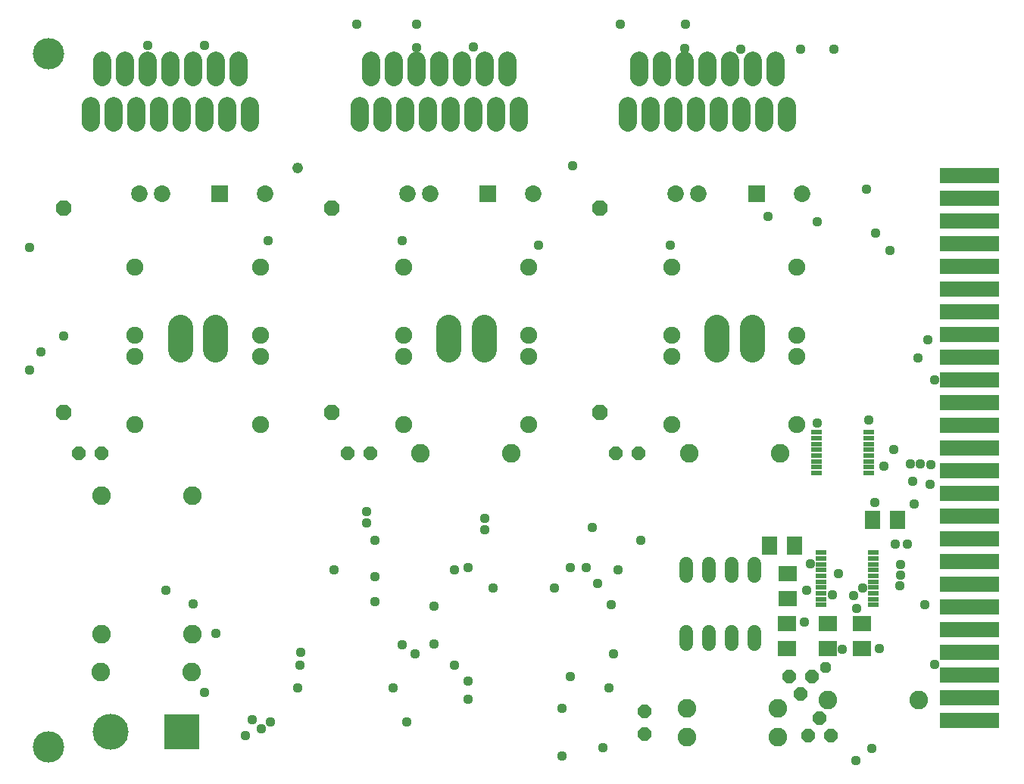
<source format=gbs>
G75*
G70*
%OFA0B0*%
%FSLAX24Y24*%
%IPPOS*%
%LPD*%
%AMOC8*
5,1,8,0,0,1.08239X$1,22.5*
%
%ADD10C,0.0789*%
%ADD11C,0.1084*%
%ADD12C,0.0749*%
%ADD13OC8,0.0600*%
%ADD14C,0.0820*%
%ADD15OC8,0.0680*%
%ADD16C,0.0730*%
%ADD17R,0.0730X0.0730*%
%ADD18R,0.1580X0.1580*%
%ADD19C,0.1580*%
%ADD20C,0.1380*%
%ADD21R,0.0470X0.0200*%
%ADD22R,0.0710X0.0789*%
%ADD23R,0.0789X0.0710*%
%ADD24C,0.0600*%
%ADD25R,0.2630X0.0680*%
%ADD26C,0.0437*%
%ADD27C,0.0476*%
%ADD28OC8,0.0476*%
D10*
X004571Y033168D02*
X004571Y033877D01*
X005571Y033877D02*
X005571Y033168D01*
X006571Y033168D02*
X006571Y033877D01*
X007571Y033877D02*
X007571Y033168D01*
X008571Y033168D02*
X008571Y033877D01*
X009571Y033877D02*
X009571Y033168D01*
X010571Y033168D02*
X010571Y033877D01*
X011571Y033877D02*
X011571Y033168D01*
X011071Y035168D02*
X011071Y035877D01*
X010071Y035877D02*
X010071Y035168D01*
X009071Y035168D02*
X009071Y035877D01*
X008071Y035877D02*
X008071Y035168D01*
X007071Y035168D02*
X007071Y035877D01*
X006071Y035877D02*
X006071Y035168D01*
X005071Y035168D02*
X005071Y035877D01*
X016382Y033877D02*
X016382Y033168D01*
X017382Y033168D02*
X017382Y033877D01*
X018382Y033877D02*
X018382Y033168D01*
X019382Y033168D02*
X019382Y033877D01*
X020382Y033877D02*
X020382Y033168D01*
X021382Y033168D02*
X021382Y033877D01*
X022382Y033877D02*
X022382Y033168D01*
X023382Y033168D02*
X023382Y033877D01*
X022882Y035168D02*
X022882Y035877D01*
X021882Y035877D02*
X021882Y035168D01*
X020882Y035168D02*
X020882Y035877D01*
X019882Y035877D02*
X019882Y035168D01*
X018882Y035168D02*
X018882Y035877D01*
X017882Y035877D02*
X017882Y035168D01*
X016882Y035168D02*
X016882Y035877D01*
X028193Y033877D02*
X028193Y033168D01*
X029193Y033168D02*
X029193Y033877D01*
X030193Y033877D02*
X030193Y033168D01*
X031193Y033168D02*
X031193Y033877D01*
X032193Y033877D02*
X032193Y033168D01*
X033193Y033168D02*
X033193Y033877D01*
X034193Y033877D02*
X034193Y033168D01*
X035193Y033168D02*
X035193Y033877D01*
X034693Y035168D02*
X034693Y035877D01*
X033693Y035877D02*
X033693Y035168D01*
X032693Y035168D02*
X032693Y035877D01*
X031693Y035877D02*
X031693Y035168D01*
X030693Y035168D02*
X030693Y035877D01*
X029693Y035877D02*
X029693Y035168D01*
X028693Y035168D02*
X028693Y035877D01*
D11*
X032094Y024150D02*
X032094Y023147D01*
X033653Y023147D02*
X033653Y024150D01*
X021842Y024150D02*
X021842Y023147D01*
X020283Y023147D02*
X020283Y024150D01*
X010031Y024150D02*
X010031Y023147D01*
X008472Y023147D02*
X008472Y024150D01*
D12*
X006496Y023802D03*
X006496Y022865D03*
X006496Y019865D03*
X012008Y019865D03*
X012008Y022865D03*
X012008Y023802D03*
X012008Y026802D03*
X006496Y026802D03*
X018307Y026802D03*
X018307Y023802D03*
X018307Y022865D03*
X018307Y019865D03*
X023819Y019865D03*
X023819Y022865D03*
X023819Y023802D03*
X023819Y026802D03*
X030118Y026802D03*
X030118Y023802D03*
X030118Y022865D03*
X030118Y019865D03*
X035630Y019865D03*
X035630Y022865D03*
X035630Y023802D03*
X035630Y026802D03*
D13*
X028649Y018609D03*
X027649Y018609D03*
X016838Y018609D03*
X015838Y018609D03*
X005027Y018609D03*
X004027Y018609D03*
X028911Y007215D03*
X028911Y006215D03*
X035299Y008747D03*
X035799Y007997D03*
X036299Y008747D03*
X036612Y006923D03*
X036112Y006173D03*
X037112Y006173D03*
D14*
X036990Y007741D03*
X034792Y007357D03*
X034797Y006088D03*
X030797Y006088D03*
X030792Y007357D03*
X040990Y007741D03*
X034874Y018609D03*
X030874Y018609D03*
X023063Y018609D03*
X019063Y018609D03*
X009024Y016714D03*
X005024Y016714D03*
X005018Y010630D03*
X004978Y008961D03*
X008978Y008961D03*
X009018Y010630D03*
D15*
X003346Y020408D03*
X003346Y029408D03*
X015157Y029408D03*
X015157Y020408D03*
X026968Y020408D03*
X026968Y029408D03*
D16*
X024031Y030026D03*
X019488Y030026D03*
X018488Y030026D03*
X012220Y030026D03*
X007677Y030026D03*
X006677Y030026D03*
X030299Y030026D03*
X031299Y030026D03*
X035842Y030026D03*
D17*
X033842Y030026D03*
X022031Y030026D03*
X010220Y030026D03*
D18*
X008539Y006337D03*
D19*
X005434Y006337D03*
D20*
X002686Y005649D03*
X002686Y036198D03*
D21*
X036501Y019519D03*
X036501Y019263D03*
X036501Y019008D03*
X036501Y018752D03*
X036501Y018496D03*
X036501Y018240D03*
X036501Y017984D03*
X036501Y017728D03*
X038799Y017728D03*
X038799Y017984D03*
X038799Y018240D03*
X038799Y018496D03*
X038799Y018752D03*
X038799Y019008D03*
X038799Y019263D03*
X038799Y019519D03*
X038989Y014215D03*
X038989Y013959D03*
X038989Y013703D03*
X038989Y013447D03*
X038989Y013191D03*
X038989Y012935D03*
X038989Y012679D03*
X038989Y012423D03*
X038989Y012167D03*
X038989Y011911D03*
X036691Y011911D03*
X036691Y012167D03*
X036691Y012423D03*
X036691Y012679D03*
X036691Y012935D03*
X036691Y013191D03*
X036691Y013447D03*
X036691Y013703D03*
X036691Y013959D03*
X036691Y014215D03*
D22*
X035510Y014532D03*
X034408Y014532D03*
X038963Y015643D03*
X040065Y015643D03*
D23*
X035210Y013294D03*
X035210Y012191D03*
X035188Y011094D03*
X035188Y009991D03*
X036988Y009991D03*
X036988Y011094D03*
X038491Y011095D03*
X038491Y009993D03*
D24*
X033741Y010196D02*
X033741Y010716D01*
X032741Y010716D02*
X032741Y010196D01*
X031741Y010196D02*
X031741Y010716D01*
X030741Y010716D02*
X030741Y010196D01*
X030741Y013196D02*
X030741Y013716D01*
X031741Y013716D02*
X031741Y013196D01*
X032741Y013196D02*
X032741Y013716D01*
X033741Y013716D02*
X033741Y013196D01*
D25*
X043224Y012814D03*
X043224Y013814D03*
X043224Y014814D03*
X043224Y015814D03*
X043224Y016814D03*
X043224Y017814D03*
X043224Y018814D03*
X043224Y019814D03*
X043224Y020814D03*
X043224Y021814D03*
X043224Y022814D03*
X043224Y023814D03*
X043224Y024814D03*
X043224Y025814D03*
X043224Y026814D03*
X043224Y027814D03*
X043224Y028814D03*
X043224Y029814D03*
X043224Y030814D03*
X043224Y011814D03*
X043224Y010814D03*
X043224Y009814D03*
X043224Y008814D03*
X043224Y007814D03*
X043224Y006814D03*
D26*
X041703Y009291D03*
X039254Y009990D03*
X037626Y009969D03*
X035946Y011149D03*
X037186Y012369D03*
X038136Y012324D03*
X038531Y012670D03*
X038244Y011760D03*
X037444Y013289D03*
X036205Y013711D03*
X036046Y012549D03*
X039941Y014593D03*
X040484Y014590D03*
X040186Y013684D03*
X040175Y013230D03*
X040156Y012768D03*
X041264Y011926D03*
X040799Y016343D03*
X040731Y017372D03*
X040616Y018121D03*
X041069Y018121D03*
X041523Y018108D03*
X041484Y017229D03*
X039878Y018749D03*
X039448Y018038D03*
X039061Y016415D03*
X038778Y020056D03*
X036508Y019920D03*
X040954Y022803D03*
X041380Y023579D03*
X041691Y021833D03*
X039724Y027518D03*
X039093Y028279D03*
X038676Y030241D03*
X036506Y028809D03*
X034362Y029037D03*
X030046Y027749D03*
X025746Y031249D03*
X024246Y027749D03*
X018246Y027949D03*
X012346Y027949D03*
X003346Y023749D03*
X002346Y023049D03*
X001846Y022249D03*
X001846Y027649D03*
X007071Y036570D03*
X009570Y036560D03*
X016246Y037509D03*
X018886Y037509D03*
X018903Y036467D03*
X021388Y036492D03*
X027846Y037509D03*
X030706Y037509D03*
X030693Y036432D03*
X033146Y036409D03*
X035796Y036392D03*
X037249Y036392D03*
X016689Y016031D03*
X016685Y015542D03*
X017046Y014749D03*
X015246Y013449D03*
X017046Y013149D03*
X017046Y012049D03*
X018246Y010149D03*
X018829Y009751D03*
X019646Y010189D03*
X020546Y009249D03*
X021146Y008549D03*
X021146Y007749D03*
X018446Y006749D03*
X017846Y008249D03*
X013646Y008249D03*
X013746Y009249D03*
X013789Y009810D03*
X012446Y006749D03*
X012046Y006449D03*
X011666Y006849D03*
X011346Y006149D03*
X009546Y008049D03*
X010046Y010649D03*
X009046Y011949D03*
X007846Y012549D03*
X019646Y011849D03*
X020546Y013449D03*
X021146Y013549D03*
X022246Y012649D03*
X024946Y012649D03*
X025646Y013549D03*
X026346Y013549D03*
X026862Y012861D03*
X027746Y013449D03*
X027445Y011938D03*
X027546Y009773D03*
X027346Y008249D03*
X025646Y008749D03*
X025288Y007366D03*
X027079Y005614D03*
X025284Y005263D03*
X028746Y014749D03*
X026626Y015329D03*
X021893Y015213D03*
X021881Y015727D03*
X038221Y005067D03*
X038922Y005582D03*
D27*
X013646Y031149D03*
D28*
X036903Y009172D03*
M02*

</source>
